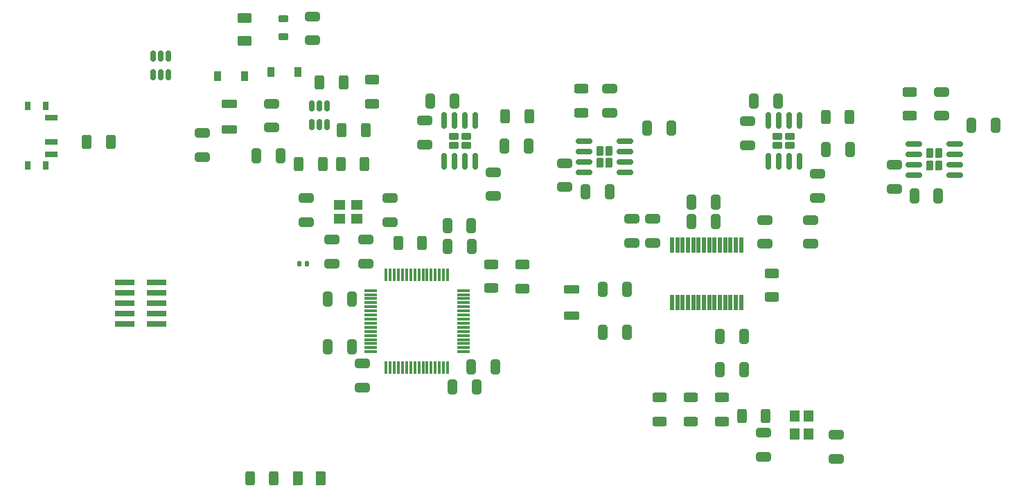
<source format=gbr>
%TF.GenerationSoftware,KiCad,Pcbnew,(5.99.0-9519-ga70106a3bd)*%
%TF.CreationDate,2021-04-02T22:42:04-07:00*%
%TF.ProjectId,UsbSound,55736253-6f75-46e6-942e-6b696361645f,rev?*%
%TF.SameCoordinates,Original*%
%TF.FileFunction,Paste,Top*%
%TF.FilePolarity,Positive*%
%FSLAX46Y46*%
G04 Gerber Fmt 4.6, Leading zero omitted, Abs format (unit mm)*
G04 Created by KiCad (PCBNEW (5.99.0-9519-ga70106a3bd)) date 2021-04-02 22:42:04*
%MOMM*%
%LPD*%
G01*
G04 APERTURE LIST*
G04 Aperture macros list*
%AMRoundRect*
0 Rectangle with rounded corners*
0 $1 Rounding radius*
0 $2 $3 $4 $5 $6 $7 $8 $9 X,Y pos of 4 corners*
0 Add a 4 corners polygon primitive as box body*
4,1,4,$2,$3,$4,$5,$6,$7,$8,$9,$2,$3,0*
0 Add four circle primitives for the rounded corners*
1,1,$1+$1,$2,$3*
1,1,$1+$1,$4,$5*
1,1,$1+$1,$6,$7*
1,1,$1+$1,$8,$9*
0 Add four rect primitives between the rounded corners*
20,1,$1+$1,$2,$3,$4,$5,0*
20,1,$1+$1,$4,$5,$6,$7,0*
20,1,$1+$1,$6,$7,$8,$9,0*
20,1,$1+$1,$8,$9,$2,$3,0*%
G04 Aperture macros list end*
%ADD10RoundRect,0.250000X0.325000X0.650000X-0.325000X0.650000X-0.325000X-0.650000X0.325000X-0.650000X0*%
%ADD11RoundRect,0.250000X0.625000X-0.312500X0.625000X0.312500X-0.625000X0.312500X-0.625000X-0.312500X0*%
%ADD12RoundRect,0.250000X-0.650000X0.325000X-0.650000X-0.325000X0.650000X-0.325000X0.650000X0.325000X0*%
%ADD13RoundRect,0.250000X-0.625000X0.312500X-0.625000X-0.312500X0.625000X-0.312500X0.625000X0.312500X0*%
%ADD14RoundRect,0.250000X0.312500X0.625000X-0.312500X0.625000X-0.312500X-0.625000X0.312500X-0.625000X0*%
%ADD15RoundRect,0.250000X0.650000X-0.325000X0.650000X0.325000X-0.650000X0.325000X-0.650000X-0.325000X0*%
%ADD16R,0.480000X1.900000*%
%ADD17RoundRect,0.250000X-0.325000X-0.650000X0.325000X-0.650000X0.325000X0.650000X-0.325000X0.650000X0*%
%ADD18RoundRect,0.230000X0.230000X0.375000X-0.230000X0.375000X-0.230000X-0.375000X0.230000X-0.375000X0*%
%ADD19RoundRect,0.150000X0.825000X0.150000X-0.825000X0.150000X-0.825000X-0.150000X0.825000X-0.150000X0*%
%ADD20R,2.400000X0.740000*%
%ADD21RoundRect,0.250000X-0.312500X-0.625000X0.312500X-0.625000X0.312500X0.625000X-0.312500X0.625000X0*%
%ADD22R,1.400000X1.200000*%
%ADD23RoundRect,0.150000X0.150000X-0.512500X0.150000X0.512500X-0.150000X0.512500X-0.150000X-0.512500X0*%
%ADD24RoundRect,0.250000X-0.375000X-0.625000X0.375000X-0.625000X0.375000X0.625000X-0.375000X0.625000X0*%
%ADD25R,1.200000X1.400000*%
%ADD26RoundRect,0.230000X0.375000X-0.230000X0.375000X0.230000X-0.375000X0.230000X-0.375000X-0.230000X0*%
%ADD27RoundRect,0.150000X0.150000X-0.825000X0.150000X0.825000X-0.150000X0.825000X-0.150000X-0.825000X0*%
%ADD28R,0.900000X1.200000*%
%ADD29RoundRect,0.250000X0.700000X-0.275000X0.700000X0.275000X-0.700000X0.275000X-0.700000X-0.275000X0*%
%ADD30RoundRect,0.250000X-0.625000X0.375000X-0.625000X-0.375000X0.625000X-0.375000X0.625000X0.375000X0*%
%ADD31R,0.800000X1.000000*%
%ADD32R,1.500000X0.700000*%
%ADD33RoundRect,0.075000X-0.075000X0.700000X-0.075000X-0.700000X0.075000X-0.700000X0.075000X0.700000X0*%
%ADD34RoundRect,0.075000X-0.700000X0.075000X-0.700000X-0.075000X0.700000X-0.075000X0.700000X0.075000X0*%
%ADD35RoundRect,0.147500X-0.147500X-0.172500X0.147500X-0.172500X0.147500X0.172500X-0.147500X0.172500X0*%
%ADD36RoundRect,0.150000X-0.150000X0.512500X-0.150000X-0.512500X0.150000X-0.512500X0.150000X0.512500X0*%
%ADD37RoundRect,0.218750X0.381250X-0.218750X0.381250X0.218750X-0.381250X0.218750X-0.381250X-0.218750X0*%
%ADD38RoundRect,0.250000X-0.700000X0.275000X-0.700000X-0.275000X0.700000X-0.275000X0.700000X0.275000X0*%
G04 APERTURE END LIST*
D10*
%TO.C,C37*%
X194974000Y-74930000D03*
X192024000Y-74930000D03*
%TD*%
D11*
%TO.C,R10*%
X157795500Y-111145600D03*
X157795500Y-108220600D03*
%TD*%
D12*
%TO.C,C5*%
X147895500Y-70457600D03*
X147895500Y-73407600D03*
%TD*%
D13*
%TO.C,R5*%
X118831900Y-69333400D03*
X118831900Y-72258400D03*
%TD*%
D14*
%TO.C,R14*%
X124927900Y-89323000D03*
X122002900Y-89323000D03*
%TD*%
D12*
%TO.C,C25*%
X125258000Y-74357600D03*
X125258000Y-77307600D03*
%TD*%
D15*
%TO.C,C24*%
X110729300Y-86732200D03*
X110729300Y-83782200D03*
%TD*%
D11*
%TO.C,R12*%
X167625300Y-95927000D03*
X167625300Y-93002000D03*
%TD*%
D14*
%TO.C,R7*%
X106821700Y-118059200D03*
X103896700Y-118059200D03*
%TD*%
D16*
%TO.C,U4*%
X155475500Y-96612600D03*
X156125500Y-96612600D03*
X156775500Y-96612600D03*
X157425500Y-96612600D03*
X158075500Y-96612600D03*
X158725500Y-96612600D03*
X159375500Y-96612600D03*
X160025500Y-96612600D03*
X160675500Y-96612600D03*
X161325500Y-96612600D03*
X161975500Y-96612600D03*
X162625500Y-96612600D03*
X163275500Y-96612600D03*
X163925500Y-96612600D03*
X163925500Y-89602600D03*
X163275500Y-89602600D03*
X162625500Y-89602600D03*
X161975500Y-89602600D03*
X161325500Y-89602600D03*
X160675500Y-89602600D03*
X160025500Y-89602600D03*
X159375500Y-89602600D03*
X158725500Y-89602600D03*
X158075500Y-89602600D03*
X157425500Y-89602600D03*
X156775500Y-89602600D03*
X156125500Y-89602600D03*
X155475500Y-89602600D03*
%TD*%
D17*
%TO.C,C14*%
X146996900Y-95016200D03*
X149946900Y-95016200D03*
%TD*%
D12*
%TO.C,C2*%
X111567500Y-61582600D03*
X111567500Y-64532600D03*
%TD*%
D17*
%TO.C,C16*%
X157817300Y-86719500D03*
X160767300Y-86719500D03*
%TD*%
D15*
%TO.C,C33*%
X166812500Y-89424600D03*
X166812500Y-86474600D03*
%TD*%
D14*
%TO.C,R19*%
X177183000Y-73882600D03*
X174258000Y-73882600D03*
%TD*%
D11*
%TO.C,R17*%
X137196100Y-94860200D03*
X137196100Y-91935200D03*
%TD*%
D18*
%TO.C,U7*%
X188090500Y-78320100D03*
X186950500Y-79820100D03*
X188090500Y-79820100D03*
X186950500Y-78320100D03*
D19*
X189995500Y-80975100D03*
X189995500Y-79705100D03*
X189995500Y-78435100D03*
X189995500Y-77165100D03*
X185045500Y-77165100D03*
X185045500Y-78435100D03*
X185045500Y-79705100D03*
X185045500Y-80975100D03*
%TD*%
D14*
%TO.C,R2*%
X117921500Y-79671000D03*
X114996500Y-79671000D03*
%TD*%
D17*
%TO.C,C9*%
X128001300Y-87164000D03*
X130951300Y-87164000D03*
%TD*%
D15*
%TO.C,C1*%
X106538300Y-75204400D03*
X106538300Y-72254400D03*
%TD*%
D17*
%TO.C,C13*%
X130893300Y-104436000D03*
X133843300Y-104436000D03*
%TD*%
D15*
%TO.C,C22*%
X133604000Y-83582600D03*
X133604000Y-80632600D03*
%TD*%
%TO.C,C6*%
X113929700Y-91815800D03*
X113929700Y-88865800D03*
%TD*%
D17*
%TO.C,C17*%
X144895500Y-83057600D03*
X147845500Y-83057600D03*
%TD*%
D10*
%TO.C,C19*%
X116317300Y-101972200D03*
X113367300Y-101972200D03*
%TD*%
D12*
%TO.C,C26*%
X175554500Y-112800600D03*
X175554500Y-115750600D03*
%TD*%
D10*
%TO.C,C11*%
X116342700Y-96130200D03*
X113392700Y-96130200D03*
%TD*%
D17*
%TO.C,C29*%
X161326100Y-100753000D03*
X164276100Y-100753000D03*
%TD*%
D20*
%TO.C,J1*%
X92517500Y-99229000D03*
X88617500Y-99229000D03*
X92517500Y-97959000D03*
X88617500Y-97959000D03*
X92517500Y-96689000D03*
X88617500Y-96689000D03*
X92517500Y-95419000D03*
X88617500Y-95419000D03*
X92517500Y-94149000D03*
X88617500Y-94149000D03*
%TD*%
D21*
%TO.C,R8*%
X83957700Y-76927800D03*
X86882700Y-76927800D03*
%TD*%
D18*
%TO.C,U3*%
X146650500Y-78007600D03*
X146650500Y-79507600D03*
X147790500Y-79507600D03*
X147790500Y-78007600D03*
D19*
X149695500Y-80662600D03*
X149695500Y-79392600D03*
X149695500Y-78122600D03*
X149695500Y-76852600D03*
X144745500Y-76852600D03*
X144745500Y-78122600D03*
X144745500Y-79392600D03*
X144745500Y-80662600D03*
%TD*%
D22*
%TO.C,Y1*%
X116993300Y-84676600D03*
X114793300Y-84676600D03*
X114793300Y-86376600D03*
X116993300Y-86376600D03*
%TD*%
D15*
%TO.C,C7*%
X118044500Y-91812200D03*
X118044500Y-88862200D03*
%TD*%
D23*
%TO.C,U1*%
X111440500Y-74834200D03*
X112390500Y-74834200D03*
X113340500Y-74834200D03*
X113340500Y-72559200D03*
X112390500Y-72559200D03*
X111440500Y-72559200D03*
%TD*%
D11*
%TO.C,R9*%
X161605500Y-111145600D03*
X161605500Y-108220600D03*
%TD*%
D15*
%TO.C,C36*%
X150556500Y-89326600D03*
X150556500Y-86376600D03*
%TD*%
D24*
%TO.C,D3*%
X109725000Y-118059200D03*
X112525000Y-118059200D03*
%TD*%
D25*
%TO.C,Y2*%
X172174500Y-112710600D03*
X172174500Y-110510600D03*
X170474500Y-110510600D03*
X170474500Y-112710600D03*
%TD*%
D26*
%TO.C,U6*%
X128808000Y-77402600D03*
X130308000Y-77402600D03*
X128808000Y-76262600D03*
X130308000Y-76262600D03*
D27*
X127653000Y-79307600D03*
X128923000Y-79307600D03*
X130193000Y-79307600D03*
X131463000Y-79307600D03*
X131463000Y-74357600D03*
X130193000Y-74357600D03*
X128923000Y-74357600D03*
X127653000Y-74357600D03*
%TD*%
D17*
%TO.C,C10*%
X128026700Y-89704000D03*
X130976700Y-89704000D03*
%TD*%
%TO.C,C30*%
X161326100Y-104817000D03*
X164276100Y-104817000D03*
%TD*%
D28*
%TO.C,D2*%
X109762100Y-68418800D03*
X106462100Y-68418800D03*
%TD*%
%TO.C,D1*%
X103208900Y-68876000D03*
X99908900Y-68876000D03*
%TD*%
D13*
%TO.C,R16*%
X184520500Y-70845100D03*
X184520500Y-73770100D03*
%TD*%
D14*
%TO.C,R3*%
X112765300Y-79696400D03*
X109840300Y-79696400D03*
%TD*%
D15*
%TO.C,C18*%
X142320500Y-82482600D03*
X142320500Y-79532600D03*
%TD*%
D29*
%TO.C,L3*%
X143190500Y-98162600D03*
X143190500Y-95012600D03*
%TD*%
D17*
%TO.C,C20*%
X128636300Y-106934000D03*
X131586300Y-106934000D03*
%TD*%
D15*
%TO.C,C41*%
X173228000Y-83771000D03*
X173228000Y-80821000D03*
%TD*%
D12*
%TO.C,C27*%
X166664500Y-112542600D03*
X166664500Y-115492600D03*
%TD*%
D21*
%TO.C,R15*%
X163997500Y-110510600D03*
X166922500Y-110510600D03*
%TD*%
D15*
%TO.C,C34*%
X172400500Y-89424600D03*
X172400500Y-86474600D03*
%TD*%
D17*
%TO.C,C15*%
X147000500Y-100248600D03*
X149950500Y-100248600D03*
%TD*%
%TO.C,C38*%
X185070500Y-83570100D03*
X188020500Y-83570100D03*
%TD*%
D10*
%TO.C,C32*%
X160767300Y-84306500D03*
X157817300Y-84306500D03*
%TD*%
D15*
%TO.C,C39*%
X182620500Y-82695100D03*
X182620500Y-79745100D03*
%TD*%
D12*
%TO.C,C23*%
X121041700Y-83785800D03*
X121041700Y-86735800D03*
%TD*%
D30*
%TO.C,F1*%
X103236300Y-61783400D03*
X103236300Y-64583400D03*
%TD*%
D26*
%TO.C,U8*%
X168370500Y-77382600D03*
X169870500Y-77382600D03*
X168370500Y-76242600D03*
X169870500Y-76242600D03*
D27*
X167215500Y-79287600D03*
X168485500Y-79287600D03*
X169755500Y-79287600D03*
X171025500Y-79287600D03*
X171025500Y-74337600D03*
X169755500Y-74337600D03*
X168485500Y-74337600D03*
X167215500Y-74337600D03*
%TD*%
D12*
%TO.C,C42*%
X164720500Y-74432600D03*
X164720500Y-77382600D03*
%TD*%
D14*
%TO.C,R13*%
X138008000Y-73832600D03*
X135083000Y-73832600D03*
%TD*%
D11*
%TO.C,R18*%
X133386100Y-94838800D03*
X133386100Y-91913800D03*
%TD*%
D12*
%TO.C,C12*%
X117663500Y-104080400D03*
X117663500Y-107030400D03*
%TD*%
D13*
%TO.C,R6*%
X144370500Y-70470100D03*
X144370500Y-73395100D03*
%TD*%
D12*
%TO.C,C3*%
X98080100Y-75835600D03*
X98080100Y-78785600D03*
%TD*%
D10*
%TO.C,C8*%
X155399000Y-75257600D03*
X152449000Y-75257600D03*
%TD*%
D31*
%TO.C,SW1*%
X76728900Y-79866600D03*
X76728900Y-72566600D03*
X78938900Y-79866600D03*
X78938900Y-72566600D03*
D32*
X79588900Y-73966600D03*
X79588900Y-76966600D03*
X79588900Y-78466600D03*
%TD*%
D12*
%TO.C,C31*%
X188420500Y-70820100D03*
X188420500Y-73770100D03*
%TD*%
D21*
%TO.C,R4*%
X112405700Y-69638200D03*
X115330700Y-69638200D03*
%TD*%
D33*
%TO.C,U5*%
X128042900Y-93198400D03*
X127542900Y-93198400D03*
X127042900Y-93198400D03*
X126542900Y-93198400D03*
X126042900Y-93198400D03*
X125542900Y-93198400D03*
X125042900Y-93198400D03*
X124542900Y-93198400D03*
X124042900Y-93198400D03*
X123542900Y-93198400D03*
X123042900Y-93198400D03*
X122542900Y-93198400D03*
X122042900Y-93198400D03*
X121542900Y-93198400D03*
X121042900Y-93198400D03*
X120542900Y-93198400D03*
D34*
X118617900Y-95123400D03*
X118617900Y-95623400D03*
X118617900Y-96123400D03*
X118617900Y-96623400D03*
X118617900Y-97123400D03*
X118617900Y-97623400D03*
X118617900Y-98123400D03*
X118617900Y-98623400D03*
X118617900Y-99123400D03*
X118617900Y-99623400D03*
X118617900Y-100123400D03*
X118617900Y-100623400D03*
X118617900Y-101123400D03*
X118617900Y-101623400D03*
X118617900Y-102123400D03*
X118617900Y-102623400D03*
D33*
X120542900Y-104548400D03*
X121042900Y-104548400D03*
X121542900Y-104548400D03*
X122042900Y-104548400D03*
X122542900Y-104548400D03*
X123042900Y-104548400D03*
X123542900Y-104548400D03*
X124042900Y-104548400D03*
X124542900Y-104548400D03*
X125042900Y-104548400D03*
X125542900Y-104548400D03*
X126042900Y-104548400D03*
X126542900Y-104548400D03*
X127042900Y-104548400D03*
X127542900Y-104548400D03*
X128042900Y-104548400D03*
D34*
X129967900Y-102623400D03*
X129967900Y-102123400D03*
X129967900Y-101623400D03*
X129967900Y-101123400D03*
X129967900Y-100623400D03*
X129967900Y-100123400D03*
X129967900Y-99623400D03*
X129967900Y-99123400D03*
X129967900Y-98623400D03*
X129967900Y-98123400D03*
X129967900Y-97623400D03*
X129967900Y-97123400D03*
X129967900Y-96623400D03*
X129967900Y-96123400D03*
X129967900Y-95623400D03*
X129967900Y-95123400D03*
%TD*%
D10*
%TO.C,C40*%
X177220500Y-77882600D03*
X174270500Y-77882600D03*
%TD*%
D35*
%TO.C,L2*%
X109886300Y-91837600D03*
X110856300Y-91837600D03*
%TD*%
D14*
%TO.C,R1*%
X118023100Y-75531000D03*
X115098100Y-75531000D03*
%TD*%
D17*
%TO.C,C28*%
X125908000Y-71932600D03*
X128858000Y-71932600D03*
%TD*%
D11*
%TO.C,R11*%
X153985500Y-111145600D03*
X153985500Y-108220600D03*
%TD*%
D17*
%TO.C,C43*%
X165445500Y-71932600D03*
X168395500Y-71932600D03*
%TD*%
D36*
%TO.C,U2*%
X93950100Y-66437600D03*
X93000100Y-66437600D03*
X92050100Y-66437600D03*
X92050100Y-68712600D03*
X93000100Y-68712600D03*
X93950100Y-68712600D03*
%TD*%
D15*
%TO.C,C35*%
X153096500Y-89326600D03*
X153096500Y-86376600D03*
%TD*%
D37*
%TO.C,FB1*%
X107986100Y-64041400D03*
X107986100Y-61916400D03*
%TD*%
D17*
%TO.C,C4*%
X104680500Y-78655000D03*
X107630500Y-78655000D03*
%TD*%
D38*
%TO.C,L1*%
X101356700Y-72254000D03*
X101356700Y-75404000D03*
%TD*%
D10*
%TO.C,C21*%
X137958000Y-77432600D03*
X135008000Y-77432600D03*
%TD*%
M02*

</source>
